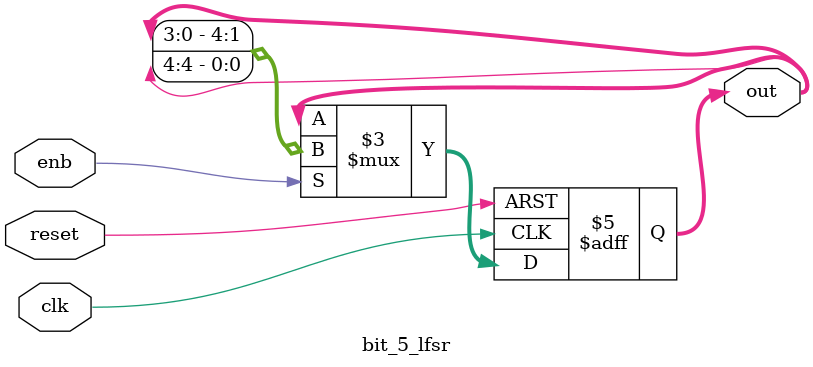
<source format=v>
module bit_5_lfsr (out, enb, clk, reset);

    output reg [4:0] out;
    input enb, clk, reset;

    wire feed_back, feed_back2, feed_back3, temp;


    // assign feed_back = (out[4] ^ out[1]);

    always @(posedge clk or negedge reset)
    begin
        if (!reset)
        begin
            out <= 5'b00001 ;
        end
        else if (enb)
        begin
            out <= {out[3],out[2], out[1], out[0], out[4]};
        end
    end
endmodule



</source>
